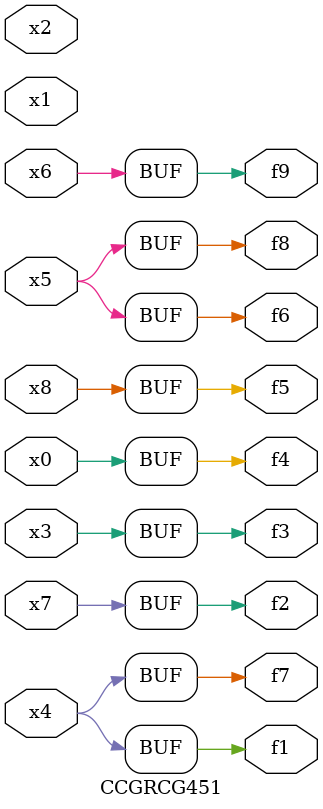
<source format=v>
module CCGRCG451(
	input x0, x1, x2, x3, x4, x5, x6, x7, x8,
	output f1, f2, f3, f4, f5, f6, f7, f8, f9
);
	assign f1 = x4;
	assign f2 = x7;
	assign f3 = x3;
	assign f4 = x0;
	assign f5 = x8;
	assign f6 = x5;
	assign f7 = x4;
	assign f8 = x5;
	assign f9 = x6;
endmodule

</source>
